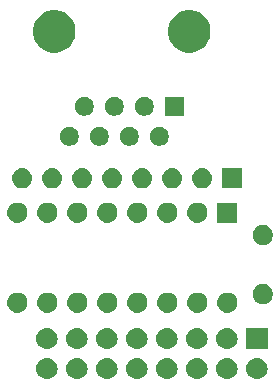
<source format=gbr>
G04 #@! TF.GenerationSoftware,KiCad,Pcbnew,(5.1.4)-1*
G04 #@! TF.CreationDate,2019-10-03T07:27:34-04:00*
G04 #@! TF.ProjectId,Quad_Diff_Out,51756164-5f44-4696-9666-5f4f75742e6b,v3*
G04 #@! TF.SameCoordinates,Original*
G04 #@! TF.FileFunction,Soldermask,Top*
G04 #@! TF.FilePolarity,Negative*
%FSLAX46Y46*%
G04 Gerber Fmt 4.6, Leading zero omitted, Abs format (unit mm)*
G04 Created by KiCad (PCBNEW (5.1.4)-1) date 2019-10-03 07:27:34*
%MOMM*%
%LPD*%
G04 APERTURE LIST*
%ADD10C,0.100000*%
G04 APERTURE END LIST*
D10*
G36*
X161110443Y-104705519D02*
G01*
X161176627Y-104712037D01*
X161346466Y-104763557D01*
X161502991Y-104847222D01*
X161538729Y-104876552D01*
X161640186Y-104959814D01*
X161723448Y-105061271D01*
X161752778Y-105097009D01*
X161836443Y-105253534D01*
X161887963Y-105423373D01*
X161905359Y-105600000D01*
X161887963Y-105776627D01*
X161836443Y-105946466D01*
X161752778Y-106102991D01*
X161723448Y-106138729D01*
X161640186Y-106240186D01*
X161538729Y-106323448D01*
X161502991Y-106352778D01*
X161346466Y-106436443D01*
X161176627Y-106487963D01*
X161110443Y-106494481D01*
X161044260Y-106501000D01*
X160955740Y-106501000D01*
X160889557Y-106494481D01*
X160823373Y-106487963D01*
X160653534Y-106436443D01*
X160497009Y-106352778D01*
X160461271Y-106323448D01*
X160359814Y-106240186D01*
X160276552Y-106138729D01*
X160247222Y-106102991D01*
X160163557Y-105946466D01*
X160112037Y-105776627D01*
X160094641Y-105600000D01*
X160112037Y-105423373D01*
X160163557Y-105253534D01*
X160247222Y-105097009D01*
X160276552Y-105061271D01*
X160359814Y-104959814D01*
X160461271Y-104876552D01*
X160497009Y-104847222D01*
X160653534Y-104763557D01*
X160823373Y-104712037D01*
X160889557Y-104705519D01*
X160955740Y-104699000D01*
X161044260Y-104699000D01*
X161110443Y-104705519D01*
X161110443Y-104705519D01*
G37*
G36*
X143330443Y-104705519D02*
G01*
X143396627Y-104712037D01*
X143566466Y-104763557D01*
X143722991Y-104847222D01*
X143758729Y-104876552D01*
X143860186Y-104959814D01*
X143943448Y-105061271D01*
X143972778Y-105097009D01*
X144056443Y-105253534D01*
X144107963Y-105423373D01*
X144125359Y-105600000D01*
X144107963Y-105776627D01*
X144056443Y-105946466D01*
X143972778Y-106102991D01*
X143943448Y-106138729D01*
X143860186Y-106240186D01*
X143758729Y-106323448D01*
X143722991Y-106352778D01*
X143566466Y-106436443D01*
X143396627Y-106487963D01*
X143330443Y-106494481D01*
X143264260Y-106501000D01*
X143175740Y-106501000D01*
X143109557Y-106494481D01*
X143043373Y-106487963D01*
X142873534Y-106436443D01*
X142717009Y-106352778D01*
X142681271Y-106323448D01*
X142579814Y-106240186D01*
X142496552Y-106138729D01*
X142467222Y-106102991D01*
X142383557Y-105946466D01*
X142332037Y-105776627D01*
X142314641Y-105600000D01*
X142332037Y-105423373D01*
X142383557Y-105253534D01*
X142467222Y-105097009D01*
X142496552Y-105061271D01*
X142579814Y-104959814D01*
X142681271Y-104876552D01*
X142717009Y-104847222D01*
X142873534Y-104763557D01*
X143043373Y-104712037D01*
X143109557Y-104705519D01*
X143175740Y-104699000D01*
X143264260Y-104699000D01*
X143330443Y-104705519D01*
X143330443Y-104705519D01*
G37*
G36*
X145870443Y-104705519D02*
G01*
X145936627Y-104712037D01*
X146106466Y-104763557D01*
X146262991Y-104847222D01*
X146298729Y-104876552D01*
X146400186Y-104959814D01*
X146483448Y-105061271D01*
X146512778Y-105097009D01*
X146596443Y-105253534D01*
X146647963Y-105423373D01*
X146665359Y-105600000D01*
X146647963Y-105776627D01*
X146596443Y-105946466D01*
X146512778Y-106102991D01*
X146483448Y-106138729D01*
X146400186Y-106240186D01*
X146298729Y-106323448D01*
X146262991Y-106352778D01*
X146106466Y-106436443D01*
X145936627Y-106487963D01*
X145870443Y-106494481D01*
X145804260Y-106501000D01*
X145715740Y-106501000D01*
X145649557Y-106494481D01*
X145583373Y-106487963D01*
X145413534Y-106436443D01*
X145257009Y-106352778D01*
X145221271Y-106323448D01*
X145119814Y-106240186D01*
X145036552Y-106138729D01*
X145007222Y-106102991D01*
X144923557Y-105946466D01*
X144872037Y-105776627D01*
X144854641Y-105600000D01*
X144872037Y-105423373D01*
X144923557Y-105253534D01*
X145007222Y-105097009D01*
X145036552Y-105061271D01*
X145119814Y-104959814D01*
X145221271Y-104876552D01*
X145257009Y-104847222D01*
X145413534Y-104763557D01*
X145583373Y-104712037D01*
X145649557Y-104705519D01*
X145715740Y-104699000D01*
X145804260Y-104699000D01*
X145870443Y-104705519D01*
X145870443Y-104705519D01*
G37*
G36*
X148410443Y-104705519D02*
G01*
X148476627Y-104712037D01*
X148646466Y-104763557D01*
X148802991Y-104847222D01*
X148838729Y-104876552D01*
X148940186Y-104959814D01*
X149023448Y-105061271D01*
X149052778Y-105097009D01*
X149136443Y-105253534D01*
X149187963Y-105423373D01*
X149205359Y-105600000D01*
X149187963Y-105776627D01*
X149136443Y-105946466D01*
X149052778Y-106102991D01*
X149023448Y-106138729D01*
X148940186Y-106240186D01*
X148838729Y-106323448D01*
X148802991Y-106352778D01*
X148646466Y-106436443D01*
X148476627Y-106487963D01*
X148410443Y-106494481D01*
X148344260Y-106501000D01*
X148255740Y-106501000D01*
X148189557Y-106494481D01*
X148123373Y-106487963D01*
X147953534Y-106436443D01*
X147797009Y-106352778D01*
X147761271Y-106323448D01*
X147659814Y-106240186D01*
X147576552Y-106138729D01*
X147547222Y-106102991D01*
X147463557Y-105946466D01*
X147412037Y-105776627D01*
X147394641Y-105600000D01*
X147412037Y-105423373D01*
X147463557Y-105253534D01*
X147547222Y-105097009D01*
X147576552Y-105061271D01*
X147659814Y-104959814D01*
X147761271Y-104876552D01*
X147797009Y-104847222D01*
X147953534Y-104763557D01*
X148123373Y-104712037D01*
X148189557Y-104705519D01*
X148255740Y-104699000D01*
X148344260Y-104699000D01*
X148410443Y-104705519D01*
X148410443Y-104705519D01*
G37*
G36*
X150950443Y-104705519D02*
G01*
X151016627Y-104712037D01*
X151186466Y-104763557D01*
X151342991Y-104847222D01*
X151378729Y-104876552D01*
X151480186Y-104959814D01*
X151563448Y-105061271D01*
X151592778Y-105097009D01*
X151676443Y-105253534D01*
X151727963Y-105423373D01*
X151745359Y-105600000D01*
X151727963Y-105776627D01*
X151676443Y-105946466D01*
X151592778Y-106102991D01*
X151563448Y-106138729D01*
X151480186Y-106240186D01*
X151378729Y-106323448D01*
X151342991Y-106352778D01*
X151186466Y-106436443D01*
X151016627Y-106487963D01*
X150950443Y-106494481D01*
X150884260Y-106501000D01*
X150795740Y-106501000D01*
X150729557Y-106494481D01*
X150663373Y-106487963D01*
X150493534Y-106436443D01*
X150337009Y-106352778D01*
X150301271Y-106323448D01*
X150199814Y-106240186D01*
X150116552Y-106138729D01*
X150087222Y-106102991D01*
X150003557Y-105946466D01*
X149952037Y-105776627D01*
X149934641Y-105600000D01*
X149952037Y-105423373D01*
X150003557Y-105253534D01*
X150087222Y-105097009D01*
X150116552Y-105061271D01*
X150199814Y-104959814D01*
X150301271Y-104876552D01*
X150337009Y-104847222D01*
X150493534Y-104763557D01*
X150663373Y-104712037D01*
X150729557Y-104705519D01*
X150795740Y-104699000D01*
X150884260Y-104699000D01*
X150950443Y-104705519D01*
X150950443Y-104705519D01*
G37*
G36*
X153490443Y-104705519D02*
G01*
X153556627Y-104712037D01*
X153726466Y-104763557D01*
X153882991Y-104847222D01*
X153918729Y-104876552D01*
X154020186Y-104959814D01*
X154103448Y-105061271D01*
X154132778Y-105097009D01*
X154216443Y-105253534D01*
X154267963Y-105423373D01*
X154285359Y-105600000D01*
X154267963Y-105776627D01*
X154216443Y-105946466D01*
X154132778Y-106102991D01*
X154103448Y-106138729D01*
X154020186Y-106240186D01*
X153918729Y-106323448D01*
X153882991Y-106352778D01*
X153726466Y-106436443D01*
X153556627Y-106487963D01*
X153490443Y-106494481D01*
X153424260Y-106501000D01*
X153335740Y-106501000D01*
X153269557Y-106494481D01*
X153203373Y-106487963D01*
X153033534Y-106436443D01*
X152877009Y-106352778D01*
X152841271Y-106323448D01*
X152739814Y-106240186D01*
X152656552Y-106138729D01*
X152627222Y-106102991D01*
X152543557Y-105946466D01*
X152492037Y-105776627D01*
X152474641Y-105600000D01*
X152492037Y-105423373D01*
X152543557Y-105253534D01*
X152627222Y-105097009D01*
X152656552Y-105061271D01*
X152739814Y-104959814D01*
X152841271Y-104876552D01*
X152877009Y-104847222D01*
X153033534Y-104763557D01*
X153203373Y-104712037D01*
X153269557Y-104705519D01*
X153335740Y-104699000D01*
X153424260Y-104699000D01*
X153490443Y-104705519D01*
X153490443Y-104705519D01*
G37*
G36*
X156030443Y-104705519D02*
G01*
X156096627Y-104712037D01*
X156266466Y-104763557D01*
X156422991Y-104847222D01*
X156458729Y-104876552D01*
X156560186Y-104959814D01*
X156643448Y-105061271D01*
X156672778Y-105097009D01*
X156756443Y-105253534D01*
X156807963Y-105423373D01*
X156825359Y-105600000D01*
X156807963Y-105776627D01*
X156756443Y-105946466D01*
X156672778Y-106102991D01*
X156643448Y-106138729D01*
X156560186Y-106240186D01*
X156458729Y-106323448D01*
X156422991Y-106352778D01*
X156266466Y-106436443D01*
X156096627Y-106487963D01*
X156030443Y-106494481D01*
X155964260Y-106501000D01*
X155875740Y-106501000D01*
X155809557Y-106494481D01*
X155743373Y-106487963D01*
X155573534Y-106436443D01*
X155417009Y-106352778D01*
X155381271Y-106323448D01*
X155279814Y-106240186D01*
X155196552Y-106138729D01*
X155167222Y-106102991D01*
X155083557Y-105946466D01*
X155032037Y-105776627D01*
X155014641Y-105600000D01*
X155032037Y-105423373D01*
X155083557Y-105253534D01*
X155167222Y-105097009D01*
X155196552Y-105061271D01*
X155279814Y-104959814D01*
X155381271Y-104876552D01*
X155417009Y-104847222D01*
X155573534Y-104763557D01*
X155743373Y-104712037D01*
X155809557Y-104705519D01*
X155875740Y-104699000D01*
X155964260Y-104699000D01*
X156030443Y-104705519D01*
X156030443Y-104705519D01*
G37*
G36*
X158570443Y-104705519D02*
G01*
X158636627Y-104712037D01*
X158806466Y-104763557D01*
X158962991Y-104847222D01*
X158998729Y-104876552D01*
X159100186Y-104959814D01*
X159183448Y-105061271D01*
X159212778Y-105097009D01*
X159296443Y-105253534D01*
X159347963Y-105423373D01*
X159365359Y-105600000D01*
X159347963Y-105776627D01*
X159296443Y-105946466D01*
X159212778Y-106102991D01*
X159183448Y-106138729D01*
X159100186Y-106240186D01*
X158998729Y-106323448D01*
X158962991Y-106352778D01*
X158806466Y-106436443D01*
X158636627Y-106487963D01*
X158570443Y-106494481D01*
X158504260Y-106501000D01*
X158415740Y-106501000D01*
X158349557Y-106494481D01*
X158283373Y-106487963D01*
X158113534Y-106436443D01*
X157957009Y-106352778D01*
X157921271Y-106323448D01*
X157819814Y-106240186D01*
X157736552Y-106138729D01*
X157707222Y-106102991D01*
X157623557Y-105946466D01*
X157572037Y-105776627D01*
X157554641Y-105600000D01*
X157572037Y-105423373D01*
X157623557Y-105253534D01*
X157707222Y-105097009D01*
X157736552Y-105061271D01*
X157819814Y-104959814D01*
X157921271Y-104876552D01*
X157957009Y-104847222D01*
X158113534Y-104763557D01*
X158283373Y-104712037D01*
X158349557Y-104705519D01*
X158415740Y-104699000D01*
X158504260Y-104699000D01*
X158570443Y-104705519D01*
X158570443Y-104705519D01*
G37*
G36*
X158570443Y-102165519D02*
G01*
X158636627Y-102172037D01*
X158806466Y-102223557D01*
X158962991Y-102307222D01*
X158998729Y-102336552D01*
X159100186Y-102419814D01*
X159183448Y-102521271D01*
X159212778Y-102557009D01*
X159296443Y-102713534D01*
X159347963Y-102883373D01*
X159365359Y-103060000D01*
X159347963Y-103236627D01*
X159296443Y-103406466D01*
X159212778Y-103562991D01*
X159183448Y-103598729D01*
X159100186Y-103700186D01*
X158998729Y-103783448D01*
X158962991Y-103812778D01*
X158806466Y-103896443D01*
X158636627Y-103947963D01*
X158570442Y-103954482D01*
X158504260Y-103961000D01*
X158415740Y-103961000D01*
X158349558Y-103954482D01*
X158283373Y-103947963D01*
X158113534Y-103896443D01*
X157957009Y-103812778D01*
X157921271Y-103783448D01*
X157819814Y-103700186D01*
X157736552Y-103598729D01*
X157707222Y-103562991D01*
X157623557Y-103406466D01*
X157572037Y-103236627D01*
X157554641Y-103060000D01*
X157572037Y-102883373D01*
X157623557Y-102713534D01*
X157707222Y-102557009D01*
X157736552Y-102521271D01*
X157819814Y-102419814D01*
X157921271Y-102336552D01*
X157957009Y-102307222D01*
X158113534Y-102223557D01*
X158283373Y-102172037D01*
X158349558Y-102165518D01*
X158415740Y-102159000D01*
X158504260Y-102159000D01*
X158570443Y-102165519D01*
X158570443Y-102165519D01*
G37*
G36*
X156030443Y-102165519D02*
G01*
X156096627Y-102172037D01*
X156266466Y-102223557D01*
X156422991Y-102307222D01*
X156458729Y-102336552D01*
X156560186Y-102419814D01*
X156643448Y-102521271D01*
X156672778Y-102557009D01*
X156756443Y-102713534D01*
X156807963Y-102883373D01*
X156825359Y-103060000D01*
X156807963Y-103236627D01*
X156756443Y-103406466D01*
X156672778Y-103562991D01*
X156643448Y-103598729D01*
X156560186Y-103700186D01*
X156458729Y-103783448D01*
X156422991Y-103812778D01*
X156266466Y-103896443D01*
X156096627Y-103947963D01*
X156030442Y-103954482D01*
X155964260Y-103961000D01*
X155875740Y-103961000D01*
X155809558Y-103954482D01*
X155743373Y-103947963D01*
X155573534Y-103896443D01*
X155417009Y-103812778D01*
X155381271Y-103783448D01*
X155279814Y-103700186D01*
X155196552Y-103598729D01*
X155167222Y-103562991D01*
X155083557Y-103406466D01*
X155032037Y-103236627D01*
X155014641Y-103060000D01*
X155032037Y-102883373D01*
X155083557Y-102713534D01*
X155167222Y-102557009D01*
X155196552Y-102521271D01*
X155279814Y-102419814D01*
X155381271Y-102336552D01*
X155417009Y-102307222D01*
X155573534Y-102223557D01*
X155743373Y-102172037D01*
X155809558Y-102165518D01*
X155875740Y-102159000D01*
X155964260Y-102159000D01*
X156030443Y-102165519D01*
X156030443Y-102165519D01*
G37*
G36*
X161901000Y-103961000D02*
G01*
X160099000Y-103961000D01*
X160099000Y-102159000D01*
X161901000Y-102159000D01*
X161901000Y-103961000D01*
X161901000Y-103961000D01*
G37*
G36*
X150950443Y-102165519D02*
G01*
X151016627Y-102172037D01*
X151186466Y-102223557D01*
X151342991Y-102307222D01*
X151378729Y-102336552D01*
X151480186Y-102419814D01*
X151563448Y-102521271D01*
X151592778Y-102557009D01*
X151676443Y-102713534D01*
X151727963Y-102883373D01*
X151745359Y-103060000D01*
X151727963Y-103236627D01*
X151676443Y-103406466D01*
X151592778Y-103562991D01*
X151563448Y-103598729D01*
X151480186Y-103700186D01*
X151378729Y-103783448D01*
X151342991Y-103812778D01*
X151186466Y-103896443D01*
X151016627Y-103947963D01*
X150950442Y-103954482D01*
X150884260Y-103961000D01*
X150795740Y-103961000D01*
X150729558Y-103954482D01*
X150663373Y-103947963D01*
X150493534Y-103896443D01*
X150337009Y-103812778D01*
X150301271Y-103783448D01*
X150199814Y-103700186D01*
X150116552Y-103598729D01*
X150087222Y-103562991D01*
X150003557Y-103406466D01*
X149952037Y-103236627D01*
X149934641Y-103060000D01*
X149952037Y-102883373D01*
X150003557Y-102713534D01*
X150087222Y-102557009D01*
X150116552Y-102521271D01*
X150199814Y-102419814D01*
X150301271Y-102336552D01*
X150337009Y-102307222D01*
X150493534Y-102223557D01*
X150663373Y-102172037D01*
X150729558Y-102165518D01*
X150795740Y-102159000D01*
X150884260Y-102159000D01*
X150950443Y-102165519D01*
X150950443Y-102165519D01*
G37*
G36*
X145870443Y-102165519D02*
G01*
X145936627Y-102172037D01*
X146106466Y-102223557D01*
X146262991Y-102307222D01*
X146298729Y-102336552D01*
X146400186Y-102419814D01*
X146483448Y-102521271D01*
X146512778Y-102557009D01*
X146596443Y-102713534D01*
X146647963Y-102883373D01*
X146665359Y-103060000D01*
X146647963Y-103236627D01*
X146596443Y-103406466D01*
X146512778Y-103562991D01*
X146483448Y-103598729D01*
X146400186Y-103700186D01*
X146298729Y-103783448D01*
X146262991Y-103812778D01*
X146106466Y-103896443D01*
X145936627Y-103947963D01*
X145870442Y-103954482D01*
X145804260Y-103961000D01*
X145715740Y-103961000D01*
X145649558Y-103954482D01*
X145583373Y-103947963D01*
X145413534Y-103896443D01*
X145257009Y-103812778D01*
X145221271Y-103783448D01*
X145119814Y-103700186D01*
X145036552Y-103598729D01*
X145007222Y-103562991D01*
X144923557Y-103406466D01*
X144872037Y-103236627D01*
X144854641Y-103060000D01*
X144872037Y-102883373D01*
X144923557Y-102713534D01*
X145007222Y-102557009D01*
X145036552Y-102521271D01*
X145119814Y-102419814D01*
X145221271Y-102336552D01*
X145257009Y-102307222D01*
X145413534Y-102223557D01*
X145583373Y-102172037D01*
X145649558Y-102165518D01*
X145715740Y-102159000D01*
X145804260Y-102159000D01*
X145870443Y-102165519D01*
X145870443Y-102165519D01*
G37*
G36*
X143330443Y-102165519D02*
G01*
X143396627Y-102172037D01*
X143566466Y-102223557D01*
X143722991Y-102307222D01*
X143758729Y-102336552D01*
X143860186Y-102419814D01*
X143943448Y-102521271D01*
X143972778Y-102557009D01*
X144056443Y-102713534D01*
X144107963Y-102883373D01*
X144125359Y-103060000D01*
X144107963Y-103236627D01*
X144056443Y-103406466D01*
X143972778Y-103562991D01*
X143943448Y-103598729D01*
X143860186Y-103700186D01*
X143758729Y-103783448D01*
X143722991Y-103812778D01*
X143566466Y-103896443D01*
X143396627Y-103947963D01*
X143330442Y-103954482D01*
X143264260Y-103961000D01*
X143175740Y-103961000D01*
X143109558Y-103954482D01*
X143043373Y-103947963D01*
X142873534Y-103896443D01*
X142717009Y-103812778D01*
X142681271Y-103783448D01*
X142579814Y-103700186D01*
X142496552Y-103598729D01*
X142467222Y-103562991D01*
X142383557Y-103406466D01*
X142332037Y-103236627D01*
X142314641Y-103060000D01*
X142332037Y-102883373D01*
X142383557Y-102713534D01*
X142467222Y-102557009D01*
X142496552Y-102521271D01*
X142579814Y-102419814D01*
X142681271Y-102336552D01*
X142717009Y-102307222D01*
X142873534Y-102223557D01*
X143043373Y-102172037D01*
X143109558Y-102165518D01*
X143175740Y-102159000D01*
X143264260Y-102159000D01*
X143330443Y-102165519D01*
X143330443Y-102165519D01*
G37*
G36*
X153490443Y-102165519D02*
G01*
X153556627Y-102172037D01*
X153726466Y-102223557D01*
X153882991Y-102307222D01*
X153918729Y-102336552D01*
X154020186Y-102419814D01*
X154103448Y-102521271D01*
X154132778Y-102557009D01*
X154216443Y-102713534D01*
X154267963Y-102883373D01*
X154285359Y-103060000D01*
X154267963Y-103236627D01*
X154216443Y-103406466D01*
X154132778Y-103562991D01*
X154103448Y-103598729D01*
X154020186Y-103700186D01*
X153918729Y-103783448D01*
X153882991Y-103812778D01*
X153726466Y-103896443D01*
X153556627Y-103947963D01*
X153490442Y-103954482D01*
X153424260Y-103961000D01*
X153335740Y-103961000D01*
X153269558Y-103954482D01*
X153203373Y-103947963D01*
X153033534Y-103896443D01*
X152877009Y-103812778D01*
X152841271Y-103783448D01*
X152739814Y-103700186D01*
X152656552Y-103598729D01*
X152627222Y-103562991D01*
X152543557Y-103406466D01*
X152492037Y-103236627D01*
X152474641Y-103060000D01*
X152492037Y-102883373D01*
X152543557Y-102713534D01*
X152627222Y-102557009D01*
X152656552Y-102521271D01*
X152739814Y-102419814D01*
X152841271Y-102336552D01*
X152877009Y-102307222D01*
X153033534Y-102223557D01*
X153203373Y-102172037D01*
X153269558Y-102165518D01*
X153335740Y-102159000D01*
X153424260Y-102159000D01*
X153490443Y-102165519D01*
X153490443Y-102165519D01*
G37*
G36*
X148410443Y-102165519D02*
G01*
X148476627Y-102172037D01*
X148646466Y-102223557D01*
X148802991Y-102307222D01*
X148838729Y-102336552D01*
X148940186Y-102419814D01*
X149023448Y-102521271D01*
X149052778Y-102557009D01*
X149136443Y-102713534D01*
X149187963Y-102883373D01*
X149205359Y-103060000D01*
X149187963Y-103236627D01*
X149136443Y-103406466D01*
X149052778Y-103562991D01*
X149023448Y-103598729D01*
X148940186Y-103700186D01*
X148838729Y-103783448D01*
X148802991Y-103812778D01*
X148646466Y-103896443D01*
X148476627Y-103947963D01*
X148410442Y-103954482D01*
X148344260Y-103961000D01*
X148255740Y-103961000D01*
X148189558Y-103954482D01*
X148123373Y-103947963D01*
X147953534Y-103896443D01*
X147797009Y-103812778D01*
X147761271Y-103783448D01*
X147659814Y-103700186D01*
X147576552Y-103598729D01*
X147547222Y-103562991D01*
X147463557Y-103406466D01*
X147412037Y-103236627D01*
X147394641Y-103060000D01*
X147412037Y-102883373D01*
X147463557Y-102713534D01*
X147547222Y-102557009D01*
X147576552Y-102521271D01*
X147659814Y-102419814D01*
X147761271Y-102336552D01*
X147797009Y-102307222D01*
X147953534Y-102223557D01*
X148123373Y-102172037D01*
X148189558Y-102165518D01*
X148255740Y-102159000D01*
X148344260Y-102159000D01*
X148410443Y-102165519D01*
X148410443Y-102165519D01*
G37*
G36*
X153586823Y-99181313D02*
G01*
X153747242Y-99229976D01*
X153879906Y-99300886D01*
X153895078Y-99308996D01*
X154024659Y-99415341D01*
X154131004Y-99544922D01*
X154131005Y-99544924D01*
X154210024Y-99692758D01*
X154258687Y-99853177D01*
X154275117Y-100020000D01*
X154258687Y-100186823D01*
X154210024Y-100347242D01*
X154139114Y-100479906D01*
X154131004Y-100495078D01*
X154024659Y-100624659D01*
X153895078Y-100731004D01*
X153895076Y-100731005D01*
X153747242Y-100810024D01*
X153586823Y-100858687D01*
X153461804Y-100871000D01*
X153378196Y-100871000D01*
X153253177Y-100858687D01*
X153092758Y-100810024D01*
X152944924Y-100731005D01*
X152944922Y-100731004D01*
X152815341Y-100624659D01*
X152708996Y-100495078D01*
X152700886Y-100479906D01*
X152629976Y-100347242D01*
X152581313Y-100186823D01*
X152564883Y-100020000D01*
X152581313Y-99853177D01*
X152629976Y-99692758D01*
X152708995Y-99544924D01*
X152708996Y-99544922D01*
X152815341Y-99415341D01*
X152944922Y-99308996D01*
X152960094Y-99300886D01*
X153092758Y-99229976D01*
X153253177Y-99181313D01*
X153378196Y-99169000D01*
X153461804Y-99169000D01*
X153586823Y-99181313D01*
X153586823Y-99181313D01*
G37*
G36*
X158666823Y-99181313D02*
G01*
X158827242Y-99229976D01*
X158959906Y-99300886D01*
X158975078Y-99308996D01*
X159104659Y-99415341D01*
X159211004Y-99544922D01*
X159211005Y-99544924D01*
X159290024Y-99692758D01*
X159338687Y-99853177D01*
X159355117Y-100020000D01*
X159338687Y-100186823D01*
X159290024Y-100347242D01*
X159219114Y-100479906D01*
X159211004Y-100495078D01*
X159104659Y-100624659D01*
X158975078Y-100731004D01*
X158975076Y-100731005D01*
X158827242Y-100810024D01*
X158666823Y-100858687D01*
X158541804Y-100871000D01*
X158458196Y-100871000D01*
X158333177Y-100858687D01*
X158172758Y-100810024D01*
X158024924Y-100731005D01*
X158024922Y-100731004D01*
X157895341Y-100624659D01*
X157788996Y-100495078D01*
X157780886Y-100479906D01*
X157709976Y-100347242D01*
X157661313Y-100186823D01*
X157644883Y-100020000D01*
X157661313Y-99853177D01*
X157709976Y-99692758D01*
X157788995Y-99544924D01*
X157788996Y-99544922D01*
X157895341Y-99415341D01*
X158024922Y-99308996D01*
X158040094Y-99300886D01*
X158172758Y-99229976D01*
X158333177Y-99181313D01*
X158458196Y-99169000D01*
X158541804Y-99169000D01*
X158666823Y-99181313D01*
X158666823Y-99181313D01*
G37*
G36*
X156126823Y-99181313D02*
G01*
X156287242Y-99229976D01*
X156419906Y-99300886D01*
X156435078Y-99308996D01*
X156564659Y-99415341D01*
X156671004Y-99544922D01*
X156671005Y-99544924D01*
X156750024Y-99692758D01*
X156798687Y-99853177D01*
X156815117Y-100020000D01*
X156798687Y-100186823D01*
X156750024Y-100347242D01*
X156679114Y-100479906D01*
X156671004Y-100495078D01*
X156564659Y-100624659D01*
X156435078Y-100731004D01*
X156435076Y-100731005D01*
X156287242Y-100810024D01*
X156126823Y-100858687D01*
X156001804Y-100871000D01*
X155918196Y-100871000D01*
X155793177Y-100858687D01*
X155632758Y-100810024D01*
X155484924Y-100731005D01*
X155484922Y-100731004D01*
X155355341Y-100624659D01*
X155248996Y-100495078D01*
X155240886Y-100479906D01*
X155169976Y-100347242D01*
X155121313Y-100186823D01*
X155104883Y-100020000D01*
X155121313Y-99853177D01*
X155169976Y-99692758D01*
X155248995Y-99544924D01*
X155248996Y-99544922D01*
X155355341Y-99415341D01*
X155484922Y-99308996D01*
X155500094Y-99300886D01*
X155632758Y-99229976D01*
X155793177Y-99181313D01*
X155918196Y-99169000D01*
X156001804Y-99169000D01*
X156126823Y-99181313D01*
X156126823Y-99181313D01*
G37*
G36*
X151046823Y-99181313D02*
G01*
X151207242Y-99229976D01*
X151339906Y-99300886D01*
X151355078Y-99308996D01*
X151484659Y-99415341D01*
X151591004Y-99544922D01*
X151591005Y-99544924D01*
X151670024Y-99692758D01*
X151718687Y-99853177D01*
X151735117Y-100020000D01*
X151718687Y-100186823D01*
X151670024Y-100347242D01*
X151599114Y-100479906D01*
X151591004Y-100495078D01*
X151484659Y-100624659D01*
X151355078Y-100731004D01*
X151355076Y-100731005D01*
X151207242Y-100810024D01*
X151046823Y-100858687D01*
X150921804Y-100871000D01*
X150838196Y-100871000D01*
X150713177Y-100858687D01*
X150552758Y-100810024D01*
X150404924Y-100731005D01*
X150404922Y-100731004D01*
X150275341Y-100624659D01*
X150168996Y-100495078D01*
X150160886Y-100479906D01*
X150089976Y-100347242D01*
X150041313Y-100186823D01*
X150024883Y-100020000D01*
X150041313Y-99853177D01*
X150089976Y-99692758D01*
X150168995Y-99544924D01*
X150168996Y-99544922D01*
X150275341Y-99415341D01*
X150404922Y-99308996D01*
X150420094Y-99300886D01*
X150552758Y-99229976D01*
X150713177Y-99181313D01*
X150838196Y-99169000D01*
X150921804Y-99169000D01*
X151046823Y-99181313D01*
X151046823Y-99181313D01*
G37*
G36*
X148506823Y-99181313D02*
G01*
X148667242Y-99229976D01*
X148799906Y-99300886D01*
X148815078Y-99308996D01*
X148944659Y-99415341D01*
X149051004Y-99544922D01*
X149051005Y-99544924D01*
X149130024Y-99692758D01*
X149178687Y-99853177D01*
X149195117Y-100020000D01*
X149178687Y-100186823D01*
X149130024Y-100347242D01*
X149059114Y-100479906D01*
X149051004Y-100495078D01*
X148944659Y-100624659D01*
X148815078Y-100731004D01*
X148815076Y-100731005D01*
X148667242Y-100810024D01*
X148506823Y-100858687D01*
X148381804Y-100871000D01*
X148298196Y-100871000D01*
X148173177Y-100858687D01*
X148012758Y-100810024D01*
X147864924Y-100731005D01*
X147864922Y-100731004D01*
X147735341Y-100624659D01*
X147628996Y-100495078D01*
X147620886Y-100479906D01*
X147549976Y-100347242D01*
X147501313Y-100186823D01*
X147484883Y-100020000D01*
X147501313Y-99853177D01*
X147549976Y-99692758D01*
X147628995Y-99544924D01*
X147628996Y-99544922D01*
X147735341Y-99415341D01*
X147864922Y-99308996D01*
X147880094Y-99300886D01*
X148012758Y-99229976D01*
X148173177Y-99181313D01*
X148298196Y-99169000D01*
X148381804Y-99169000D01*
X148506823Y-99181313D01*
X148506823Y-99181313D01*
G37*
G36*
X145966823Y-99181313D02*
G01*
X146127242Y-99229976D01*
X146259906Y-99300886D01*
X146275078Y-99308996D01*
X146404659Y-99415341D01*
X146511004Y-99544922D01*
X146511005Y-99544924D01*
X146590024Y-99692758D01*
X146638687Y-99853177D01*
X146655117Y-100020000D01*
X146638687Y-100186823D01*
X146590024Y-100347242D01*
X146519114Y-100479906D01*
X146511004Y-100495078D01*
X146404659Y-100624659D01*
X146275078Y-100731004D01*
X146275076Y-100731005D01*
X146127242Y-100810024D01*
X145966823Y-100858687D01*
X145841804Y-100871000D01*
X145758196Y-100871000D01*
X145633177Y-100858687D01*
X145472758Y-100810024D01*
X145324924Y-100731005D01*
X145324922Y-100731004D01*
X145195341Y-100624659D01*
X145088996Y-100495078D01*
X145080886Y-100479906D01*
X145009976Y-100347242D01*
X144961313Y-100186823D01*
X144944883Y-100020000D01*
X144961313Y-99853177D01*
X145009976Y-99692758D01*
X145088995Y-99544924D01*
X145088996Y-99544922D01*
X145195341Y-99415341D01*
X145324922Y-99308996D01*
X145340094Y-99300886D01*
X145472758Y-99229976D01*
X145633177Y-99181313D01*
X145758196Y-99169000D01*
X145841804Y-99169000D01*
X145966823Y-99181313D01*
X145966823Y-99181313D01*
G37*
G36*
X143426823Y-99181313D02*
G01*
X143587242Y-99229976D01*
X143719906Y-99300886D01*
X143735078Y-99308996D01*
X143864659Y-99415341D01*
X143971004Y-99544922D01*
X143971005Y-99544924D01*
X144050024Y-99692758D01*
X144098687Y-99853177D01*
X144115117Y-100020000D01*
X144098687Y-100186823D01*
X144050024Y-100347242D01*
X143979114Y-100479906D01*
X143971004Y-100495078D01*
X143864659Y-100624659D01*
X143735078Y-100731004D01*
X143735076Y-100731005D01*
X143587242Y-100810024D01*
X143426823Y-100858687D01*
X143301804Y-100871000D01*
X143218196Y-100871000D01*
X143093177Y-100858687D01*
X142932758Y-100810024D01*
X142784924Y-100731005D01*
X142784922Y-100731004D01*
X142655341Y-100624659D01*
X142548996Y-100495078D01*
X142540886Y-100479906D01*
X142469976Y-100347242D01*
X142421313Y-100186823D01*
X142404883Y-100020000D01*
X142421313Y-99853177D01*
X142469976Y-99692758D01*
X142548995Y-99544924D01*
X142548996Y-99544922D01*
X142655341Y-99415341D01*
X142784922Y-99308996D01*
X142800094Y-99300886D01*
X142932758Y-99229976D01*
X143093177Y-99181313D01*
X143218196Y-99169000D01*
X143301804Y-99169000D01*
X143426823Y-99181313D01*
X143426823Y-99181313D01*
G37*
G36*
X140886823Y-99181313D02*
G01*
X141047242Y-99229976D01*
X141179906Y-99300886D01*
X141195078Y-99308996D01*
X141324659Y-99415341D01*
X141431004Y-99544922D01*
X141431005Y-99544924D01*
X141510024Y-99692758D01*
X141558687Y-99853177D01*
X141575117Y-100020000D01*
X141558687Y-100186823D01*
X141510024Y-100347242D01*
X141439114Y-100479906D01*
X141431004Y-100495078D01*
X141324659Y-100624659D01*
X141195078Y-100731004D01*
X141195076Y-100731005D01*
X141047242Y-100810024D01*
X140886823Y-100858687D01*
X140761804Y-100871000D01*
X140678196Y-100871000D01*
X140553177Y-100858687D01*
X140392758Y-100810024D01*
X140244924Y-100731005D01*
X140244922Y-100731004D01*
X140115341Y-100624659D01*
X140008996Y-100495078D01*
X140000886Y-100479906D01*
X139929976Y-100347242D01*
X139881313Y-100186823D01*
X139864883Y-100020000D01*
X139881313Y-99853177D01*
X139929976Y-99692758D01*
X140008995Y-99544924D01*
X140008996Y-99544922D01*
X140115341Y-99415341D01*
X140244922Y-99308996D01*
X140260094Y-99300886D01*
X140392758Y-99229976D01*
X140553177Y-99181313D01*
X140678196Y-99169000D01*
X140761804Y-99169000D01*
X140886823Y-99181313D01*
X140886823Y-99181313D01*
G37*
G36*
X161748228Y-98481703D02*
G01*
X161903100Y-98545853D01*
X162042481Y-98638985D01*
X162161015Y-98757519D01*
X162254147Y-98896900D01*
X162318297Y-99051772D01*
X162351000Y-99216184D01*
X162351000Y-99383816D01*
X162318297Y-99548228D01*
X162254147Y-99703100D01*
X162161015Y-99842481D01*
X162042481Y-99961015D01*
X161903100Y-100054147D01*
X161748228Y-100118297D01*
X161583816Y-100151000D01*
X161416184Y-100151000D01*
X161251772Y-100118297D01*
X161096900Y-100054147D01*
X160957519Y-99961015D01*
X160838985Y-99842481D01*
X160745853Y-99703100D01*
X160681703Y-99548228D01*
X160649000Y-99383816D01*
X160649000Y-99216184D01*
X160681703Y-99051772D01*
X160745853Y-98896900D01*
X160838985Y-98757519D01*
X160957519Y-98638985D01*
X161096900Y-98545853D01*
X161251772Y-98481703D01*
X161416184Y-98449000D01*
X161583816Y-98449000D01*
X161748228Y-98481703D01*
X161748228Y-98481703D01*
G37*
G36*
X161748228Y-93481703D02*
G01*
X161903100Y-93545853D01*
X162042481Y-93638985D01*
X162161015Y-93757519D01*
X162254147Y-93896900D01*
X162318297Y-94051772D01*
X162351000Y-94216184D01*
X162351000Y-94383816D01*
X162318297Y-94548228D01*
X162254147Y-94703100D01*
X162161015Y-94842481D01*
X162042481Y-94961015D01*
X161903100Y-95054147D01*
X161748228Y-95118297D01*
X161583816Y-95151000D01*
X161416184Y-95151000D01*
X161251772Y-95118297D01*
X161096900Y-95054147D01*
X160957519Y-94961015D01*
X160838985Y-94842481D01*
X160745853Y-94703100D01*
X160681703Y-94548228D01*
X160649000Y-94383816D01*
X160649000Y-94216184D01*
X160681703Y-94051772D01*
X160745853Y-93896900D01*
X160838985Y-93757519D01*
X160957519Y-93638985D01*
X161096900Y-93545853D01*
X161251772Y-93481703D01*
X161416184Y-93449000D01*
X161583816Y-93449000D01*
X161748228Y-93481703D01*
X161748228Y-93481703D01*
G37*
G36*
X156126823Y-91561313D02*
G01*
X156287242Y-91609976D01*
X156419906Y-91680886D01*
X156435078Y-91688996D01*
X156564659Y-91795341D01*
X156671004Y-91924922D01*
X156671005Y-91924924D01*
X156750024Y-92072758D01*
X156798687Y-92233177D01*
X156815117Y-92400000D01*
X156798687Y-92566823D01*
X156750024Y-92727242D01*
X156679114Y-92859906D01*
X156671004Y-92875078D01*
X156564659Y-93004659D01*
X156435078Y-93111004D01*
X156435076Y-93111005D01*
X156287242Y-93190024D01*
X156126823Y-93238687D01*
X156001804Y-93251000D01*
X155918196Y-93251000D01*
X155793177Y-93238687D01*
X155632758Y-93190024D01*
X155484924Y-93111005D01*
X155484922Y-93111004D01*
X155355341Y-93004659D01*
X155248996Y-92875078D01*
X155240886Y-92859906D01*
X155169976Y-92727242D01*
X155121313Y-92566823D01*
X155104883Y-92400000D01*
X155121313Y-92233177D01*
X155169976Y-92072758D01*
X155248995Y-91924924D01*
X155248996Y-91924922D01*
X155355341Y-91795341D01*
X155484922Y-91688996D01*
X155500094Y-91680886D01*
X155632758Y-91609976D01*
X155793177Y-91561313D01*
X155918196Y-91549000D01*
X156001804Y-91549000D01*
X156126823Y-91561313D01*
X156126823Y-91561313D01*
G37*
G36*
X151046823Y-91561313D02*
G01*
X151207242Y-91609976D01*
X151339906Y-91680886D01*
X151355078Y-91688996D01*
X151484659Y-91795341D01*
X151591004Y-91924922D01*
X151591005Y-91924924D01*
X151670024Y-92072758D01*
X151718687Y-92233177D01*
X151735117Y-92400000D01*
X151718687Y-92566823D01*
X151670024Y-92727242D01*
X151599114Y-92859906D01*
X151591004Y-92875078D01*
X151484659Y-93004659D01*
X151355078Y-93111004D01*
X151355076Y-93111005D01*
X151207242Y-93190024D01*
X151046823Y-93238687D01*
X150921804Y-93251000D01*
X150838196Y-93251000D01*
X150713177Y-93238687D01*
X150552758Y-93190024D01*
X150404924Y-93111005D01*
X150404922Y-93111004D01*
X150275341Y-93004659D01*
X150168996Y-92875078D01*
X150160886Y-92859906D01*
X150089976Y-92727242D01*
X150041313Y-92566823D01*
X150024883Y-92400000D01*
X150041313Y-92233177D01*
X150089976Y-92072758D01*
X150168995Y-91924924D01*
X150168996Y-91924922D01*
X150275341Y-91795341D01*
X150404922Y-91688996D01*
X150420094Y-91680886D01*
X150552758Y-91609976D01*
X150713177Y-91561313D01*
X150838196Y-91549000D01*
X150921804Y-91549000D01*
X151046823Y-91561313D01*
X151046823Y-91561313D01*
G37*
G36*
X148506823Y-91561313D02*
G01*
X148667242Y-91609976D01*
X148799906Y-91680886D01*
X148815078Y-91688996D01*
X148944659Y-91795341D01*
X149051004Y-91924922D01*
X149051005Y-91924924D01*
X149130024Y-92072758D01*
X149178687Y-92233177D01*
X149195117Y-92400000D01*
X149178687Y-92566823D01*
X149130024Y-92727242D01*
X149059114Y-92859906D01*
X149051004Y-92875078D01*
X148944659Y-93004659D01*
X148815078Y-93111004D01*
X148815076Y-93111005D01*
X148667242Y-93190024D01*
X148506823Y-93238687D01*
X148381804Y-93251000D01*
X148298196Y-93251000D01*
X148173177Y-93238687D01*
X148012758Y-93190024D01*
X147864924Y-93111005D01*
X147864922Y-93111004D01*
X147735341Y-93004659D01*
X147628996Y-92875078D01*
X147620886Y-92859906D01*
X147549976Y-92727242D01*
X147501313Y-92566823D01*
X147484883Y-92400000D01*
X147501313Y-92233177D01*
X147549976Y-92072758D01*
X147628995Y-91924924D01*
X147628996Y-91924922D01*
X147735341Y-91795341D01*
X147864922Y-91688996D01*
X147880094Y-91680886D01*
X148012758Y-91609976D01*
X148173177Y-91561313D01*
X148298196Y-91549000D01*
X148381804Y-91549000D01*
X148506823Y-91561313D01*
X148506823Y-91561313D01*
G37*
G36*
X153586823Y-91561313D02*
G01*
X153747242Y-91609976D01*
X153879906Y-91680886D01*
X153895078Y-91688996D01*
X154024659Y-91795341D01*
X154131004Y-91924922D01*
X154131005Y-91924924D01*
X154210024Y-92072758D01*
X154258687Y-92233177D01*
X154275117Y-92400000D01*
X154258687Y-92566823D01*
X154210024Y-92727242D01*
X154139114Y-92859906D01*
X154131004Y-92875078D01*
X154024659Y-93004659D01*
X153895078Y-93111004D01*
X153895076Y-93111005D01*
X153747242Y-93190024D01*
X153586823Y-93238687D01*
X153461804Y-93251000D01*
X153378196Y-93251000D01*
X153253177Y-93238687D01*
X153092758Y-93190024D01*
X152944924Y-93111005D01*
X152944922Y-93111004D01*
X152815341Y-93004659D01*
X152708996Y-92875078D01*
X152700886Y-92859906D01*
X152629976Y-92727242D01*
X152581313Y-92566823D01*
X152564883Y-92400000D01*
X152581313Y-92233177D01*
X152629976Y-92072758D01*
X152708995Y-91924924D01*
X152708996Y-91924922D01*
X152815341Y-91795341D01*
X152944922Y-91688996D01*
X152960094Y-91680886D01*
X153092758Y-91609976D01*
X153253177Y-91561313D01*
X153378196Y-91549000D01*
X153461804Y-91549000D01*
X153586823Y-91561313D01*
X153586823Y-91561313D01*
G37*
G36*
X143426823Y-91561313D02*
G01*
X143587242Y-91609976D01*
X143719906Y-91680886D01*
X143735078Y-91688996D01*
X143864659Y-91795341D01*
X143971004Y-91924922D01*
X143971005Y-91924924D01*
X144050024Y-92072758D01*
X144098687Y-92233177D01*
X144115117Y-92400000D01*
X144098687Y-92566823D01*
X144050024Y-92727242D01*
X143979114Y-92859906D01*
X143971004Y-92875078D01*
X143864659Y-93004659D01*
X143735078Y-93111004D01*
X143735076Y-93111005D01*
X143587242Y-93190024D01*
X143426823Y-93238687D01*
X143301804Y-93251000D01*
X143218196Y-93251000D01*
X143093177Y-93238687D01*
X142932758Y-93190024D01*
X142784924Y-93111005D01*
X142784922Y-93111004D01*
X142655341Y-93004659D01*
X142548996Y-92875078D01*
X142540886Y-92859906D01*
X142469976Y-92727242D01*
X142421313Y-92566823D01*
X142404883Y-92400000D01*
X142421313Y-92233177D01*
X142469976Y-92072758D01*
X142548995Y-91924924D01*
X142548996Y-91924922D01*
X142655341Y-91795341D01*
X142784922Y-91688996D01*
X142800094Y-91680886D01*
X142932758Y-91609976D01*
X143093177Y-91561313D01*
X143218196Y-91549000D01*
X143301804Y-91549000D01*
X143426823Y-91561313D01*
X143426823Y-91561313D01*
G37*
G36*
X159351000Y-93251000D02*
G01*
X157649000Y-93251000D01*
X157649000Y-91549000D01*
X159351000Y-91549000D01*
X159351000Y-93251000D01*
X159351000Y-93251000D01*
G37*
G36*
X145966823Y-91561313D02*
G01*
X146127242Y-91609976D01*
X146259906Y-91680886D01*
X146275078Y-91688996D01*
X146404659Y-91795341D01*
X146511004Y-91924922D01*
X146511005Y-91924924D01*
X146590024Y-92072758D01*
X146638687Y-92233177D01*
X146655117Y-92400000D01*
X146638687Y-92566823D01*
X146590024Y-92727242D01*
X146519114Y-92859906D01*
X146511004Y-92875078D01*
X146404659Y-93004659D01*
X146275078Y-93111004D01*
X146275076Y-93111005D01*
X146127242Y-93190024D01*
X145966823Y-93238687D01*
X145841804Y-93251000D01*
X145758196Y-93251000D01*
X145633177Y-93238687D01*
X145472758Y-93190024D01*
X145324924Y-93111005D01*
X145324922Y-93111004D01*
X145195341Y-93004659D01*
X145088996Y-92875078D01*
X145080886Y-92859906D01*
X145009976Y-92727242D01*
X144961313Y-92566823D01*
X144944883Y-92400000D01*
X144961313Y-92233177D01*
X145009976Y-92072758D01*
X145088995Y-91924924D01*
X145088996Y-91924922D01*
X145195341Y-91795341D01*
X145324922Y-91688996D01*
X145340094Y-91680886D01*
X145472758Y-91609976D01*
X145633177Y-91561313D01*
X145758196Y-91549000D01*
X145841804Y-91549000D01*
X145966823Y-91561313D01*
X145966823Y-91561313D01*
G37*
G36*
X140886823Y-91561313D02*
G01*
X141047242Y-91609976D01*
X141179906Y-91680886D01*
X141195078Y-91688996D01*
X141324659Y-91795341D01*
X141431004Y-91924922D01*
X141431005Y-91924924D01*
X141510024Y-92072758D01*
X141558687Y-92233177D01*
X141575117Y-92400000D01*
X141558687Y-92566823D01*
X141510024Y-92727242D01*
X141439114Y-92859906D01*
X141431004Y-92875078D01*
X141324659Y-93004659D01*
X141195078Y-93111004D01*
X141195076Y-93111005D01*
X141047242Y-93190024D01*
X140886823Y-93238687D01*
X140761804Y-93251000D01*
X140678196Y-93251000D01*
X140553177Y-93238687D01*
X140392758Y-93190024D01*
X140244924Y-93111005D01*
X140244922Y-93111004D01*
X140115341Y-93004659D01*
X140008996Y-92875078D01*
X140000886Y-92859906D01*
X139929976Y-92727242D01*
X139881313Y-92566823D01*
X139864883Y-92400000D01*
X139881313Y-92233177D01*
X139929976Y-92072758D01*
X140008995Y-91924924D01*
X140008996Y-91924922D01*
X140115341Y-91795341D01*
X140244922Y-91688996D01*
X140260094Y-91680886D01*
X140392758Y-91609976D01*
X140553177Y-91561313D01*
X140678196Y-91549000D01*
X140761804Y-91549000D01*
X140886823Y-91561313D01*
X140886823Y-91561313D01*
G37*
G36*
X143826823Y-88661313D02*
G01*
X143987242Y-88709976D01*
X144119906Y-88780886D01*
X144135078Y-88788996D01*
X144264659Y-88895341D01*
X144371004Y-89024922D01*
X144371005Y-89024924D01*
X144450024Y-89172758D01*
X144498687Y-89333177D01*
X144515117Y-89500000D01*
X144498687Y-89666823D01*
X144450024Y-89827242D01*
X144379114Y-89959906D01*
X144371004Y-89975078D01*
X144264659Y-90104659D01*
X144135078Y-90211004D01*
X144135076Y-90211005D01*
X143987242Y-90290024D01*
X143826823Y-90338687D01*
X143701804Y-90351000D01*
X143618196Y-90351000D01*
X143493177Y-90338687D01*
X143332758Y-90290024D01*
X143184924Y-90211005D01*
X143184922Y-90211004D01*
X143055341Y-90104659D01*
X142948996Y-89975078D01*
X142940886Y-89959906D01*
X142869976Y-89827242D01*
X142821313Y-89666823D01*
X142804883Y-89500000D01*
X142821313Y-89333177D01*
X142869976Y-89172758D01*
X142948995Y-89024924D01*
X142948996Y-89024922D01*
X143055341Y-88895341D01*
X143184922Y-88788996D01*
X143200094Y-88780886D01*
X143332758Y-88709976D01*
X143493177Y-88661313D01*
X143618196Y-88649000D01*
X143701804Y-88649000D01*
X143826823Y-88661313D01*
X143826823Y-88661313D01*
G37*
G36*
X146366823Y-88661313D02*
G01*
X146527242Y-88709976D01*
X146659906Y-88780886D01*
X146675078Y-88788996D01*
X146804659Y-88895341D01*
X146911004Y-89024922D01*
X146911005Y-89024924D01*
X146990024Y-89172758D01*
X147038687Y-89333177D01*
X147055117Y-89500000D01*
X147038687Y-89666823D01*
X146990024Y-89827242D01*
X146919114Y-89959906D01*
X146911004Y-89975078D01*
X146804659Y-90104659D01*
X146675078Y-90211004D01*
X146675076Y-90211005D01*
X146527242Y-90290024D01*
X146366823Y-90338687D01*
X146241804Y-90351000D01*
X146158196Y-90351000D01*
X146033177Y-90338687D01*
X145872758Y-90290024D01*
X145724924Y-90211005D01*
X145724922Y-90211004D01*
X145595341Y-90104659D01*
X145488996Y-89975078D01*
X145480886Y-89959906D01*
X145409976Y-89827242D01*
X145361313Y-89666823D01*
X145344883Y-89500000D01*
X145361313Y-89333177D01*
X145409976Y-89172758D01*
X145488995Y-89024924D01*
X145488996Y-89024922D01*
X145595341Y-88895341D01*
X145724922Y-88788996D01*
X145740094Y-88780886D01*
X145872758Y-88709976D01*
X146033177Y-88661313D01*
X146158196Y-88649000D01*
X146241804Y-88649000D01*
X146366823Y-88661313D01*
X146366823Y-88661313D01*
G37*
G36*
X141286823Y-88661313D02*
G01*
X141447242Y-88709976D01*
X141579906Y-88780886D01*
X141595078Y-88788996D01*
X141724659Y-88895341D01*
X141831004Y-89024922D01*
X141831005Y-89024924D01*
X141910024Y-89172758D01*
X141958687Y-89333177D01*
X141975117Y-89500000D01*
X141958687Y-89666823D01*
X141910024Y-89827242D01*
X141839114Y-89959906D01*
X141831004Y-89975078D01*
X141724659Y-90104659D01*
X141595078Y-90211004D01*
X141595076Y-90211005D01*
X141447242Y-90290024D01*
X141286823Y-90338687D01*
X141161804Y-90351000D01*
X141078196Y-90351000D01*
X140953177Y-90338687D01*
X140792758Y-90290024D01*
X140644924Y-90211005D01*
X140644922Y-90211004D01*
X140515341Y-90104659D01*
X140408996Y-89975078D01*
X140400886Y-89959906D01*
X140329976Y-89827242D01*
X140281313Y-89666823D01*
X140264883Y-89500000D01*
X140281313Y-89333177D01*
X140329976Y-89172758D01*
X140408995Y-89024924D01*
X140408996Y-89024922D01*
X140515341Y-88895341D01*
X140644922Y-88788996D01*
X140660094Y-88780886D01*
X140792758Y-88709976D01*
X140953177Y-88661313D01*
X141078196Y-88649000D01*
X141161804Y-88649000D01*
X141286823Y-88661313D01*
X141286823Y-88661313D01*
G37*
G36*
X148906823Y-88661313D02*
G01*
X149067242Y-88709976D01*
X149199906Y-88780886D01*
X149215078Y-88788996D01*
X149344659Y-88895341D01*
X149451004Y-89024922D01*
X149451005Y-89024924D01*
X149530024Y-89172758D01*
X149578687Y-89333177D01*
X149595117Y-89500000D01*
X149578687Y-89666823D01*
X149530024Y-89827242D01*
X149459114Y-89959906D01*
X149451004Y-89975078D01*
X149344659Y-90104659D01*
X149215078Y-90211004D01*
X149215076Y-90211005D01*
X149067242Y-90290024D01*
X148906823Y-90338687D01*
X148781804Y-90351000D01*
X148698196Y-90351000D01*
X148573177Y-90338687D01*
X148412758Y-90290024D01*
X148264924Y-90211005D01*
X148264922Y-90211004D01*
X148135341Y-90104659D01*
X148028996Y-89975078D01*
X148020886Y-89959906D01*
X147949976Y-89827242D01*
X147901313Y-89666823D01*
X147884883Y-89500000D01*
X147901313Y-89333177D01*
X147949976Y-89172758D01*
X148028995Y-89024924D01*
X148028996Y-89024922D01*
X148135341Y-88895341D01*
X148264922Y-88788996D01*
X148280094Y-88780886D01*
X148412758Y-88709976D01*
X148573177Y-88661313D01*
X148698196Y-88649000D01*
X148781804Y-88649000D01*
X148906823Y-88661313D01*
X148906823Y-88661313D01*
G37*
G36*
X153986823Y-88661313D02*
G01*
X154147242Y-88709976D01*
X154279906Y-88780886D01*
X154295078Y-88788996D01*
X154424659Y-88895341D01*
X154531004Y-89024922D01*
X154531005Y-89024924D01*
X154610024Y-89172758D01*
X154658687Y-89333177D01*
X154675117Y-89500000D01*
X154658687Y-89666823D01*
X154610024Y-89827242D01*
X154539114Y-89959906D01*
X154531004Y-89975078D01*
X154424659Y-90104659D01*
X154295078Y-90211004D01*
X154295076Y-90211005D01*
X154147242Y-90290024D01*
X153986823Y-90338687D01*
X153861804Y-90351000D01*
X153778196Y-90351000D01*
X153653177Y-90338687D01*
X153492758Y-90290024D01*
X153344924Y-90211005D01*
X153344922Y-90211004D01*
X153215341Y-90104659D01*
X153108996Y-89975078D01*
X153100886Y-89959906D01*
X153029976Y-89827242D01*
X152981313Y-89666823D01*
X152964883Y-89500000D01*
X152981313Y-89333177D01*
X153029976Y-89172758D01*
X153108995Y-89024924D01*
X153108996Y-89024922D01*
X153215341Y-88895341D01*
X153344922Y-88788996D01*
X153360094Y-88780886D01*
X153492758Y-88709976D01*
X153653177Y-88661313D01*
X153778196Y-88649000D01*
X153861804Y-88649000D01*
X153986823Y-88661313D01*
X153986823Y-88661313D01*
G37*
G36*
X156526823Y-88661313D02*
G01*
X156687242Y-88709976D01*
X156819906Y-88780886D01*
X156835078Y-88788996D01*
X156964659Y-88895341D01*
X157071004Y-89024922D01*
X157071005Y-89024924D01*
X157150024Y-89172758D01*
X157198687Y-89333177D01*
X157215117Y-89500000D01*
X157198687Y-89666823D01*
X157150024Y-89827242D01*
X157079114Y-89959906D01*
X157071004Y-89975078D01*
X156964659Y-90104659D01*
X156835078Y-90211004D01*
X156835076Y-90211005D01*
X156687242Y-90290024D01*
X156526823Y-90338687D01*
X156401804Y-90351000D01*
X156318196Y-90351000D01*
X156193177Y-90338687D01*
X156032758Y-90290024D01*
X155884924Y-90211005D01*
X155884922Y-90211004D01*
X155755341Y-90104659D01*
X155648996Y-89975078D01*
X155640886Y-89959906D01*
X155569976Y-89827242D01*
X155521313Y-89666823D01*
X155504883Y-89500000D01*
X155521313Y-89333177D01*
X155569976Y-89172758D01*
X155648995Y-89024924D01*
X155648996Y-89024922D01*
X155755341Y-88895341D01*
X155884922Y-88788996D01*
X155900094Y-88780886D01*
X156032758Y-88709976D01*
X156193177Y-88661313D01*
X156318196Y-88649000D01*
X156401804Y-88649000D01*
X156526823Y-88661313D01*
X156526823Y-88661313D01*
G37*
G36*
X159751000Y-90351000D02*
G01*
X158049000Y-90351000D01*
X158049000Y-88649000D01*
X159751000Y-88649000D01*
X159751000Y-90351000D01*
X159751000Y-90351000D01*
G37*
G36*
X151446823Y-88661313D02*
G01*
X151607242Y-88709976D01*
X151739906Y-88780886D01*
X151755078Y-88788996D01*
X151884659Y-88895341D01*
X151991004Y-89024922D01*
X151991005Y-89024924D01*
X152070024Y-89172758D01*
X152118687Y-89333177D01*
X152135117Y-89500000D01*
X152118687Y-89666823D01*
X152070024Y-89827242D01*
X151999114Y-89959906D01*
X151991004Y-89975078D01*
X151884659Y-90104659D01*
X151755078Y-90211004D01*
X151755076Y-90211005D01*
X151607242Y-90290024D01*
X151446823Y-90338687D01*
X151321804Y-90351000D01*
X151238196Y-90351000D01*
X151113177Y-90338687D01*
X150952758Y-90290024D01*
X150804924Y-90211005D01*
X150804922Y-90211004D01*
X150675341Y-90104659D01*
X150568996Y-89975078D01*
X150560886Y-89959906D01*
X150489976Y-89827242D01*
X150441313Y-89666823D01*
X150424883Y-89500000D01*
X150441313Y-89333177D01*
X150489976Y-89172758D01*
X150568995Y-89024924D01*
X150568996Y-89024922D01*
X150675341Y-88895341D01*
X150804922Y-88788996D01*
X150820094Y-88780886D01*
X150952758Y-88709976D01*
X151113177Y-88661313D01*
X151238196Y-88649000D01*
X151321804Y-88649000D01*
X151446823Y-88661313D01*
X151446823Y-88661313D01*
G37*
G36*
X152963642Y-85169781D02*
G01*
X153109414Y-85230162D01*
X153109416Y-85230163D01*
X153240608Y-85317822D01*
X153352178Y-85429392D01*
X153439837Y-85560584D01*
X153439838Y-85560586D01*
X153500219Y-85706358D01*
X153531000Y-85861107D01*
X153531000Y-86018893D01*
X153500219Y-86173642D01*
X153439838Y-86319414D01*
X153439837Y-86319416D01*
X153352178Y-86450608D01*
X153240608Y-86562178D01*
X153109416Y-86649837D01*
X153109415Y-86649838D01*
X153109414Y-86649838D01*
X152963642Y-86710219D01*
X152808893Y-86741000D01*
X152651107Y-86741000D01*
X152496358Y-86710219D01*
X152350586Y-86649838D01*
X152350585Y-86649838D01*
X152350584Y-86649837D01*
X152219392Y-86562178D01*
X152107822Y-86450608D01*
X152020163Y-86319416D01*
X152020162Y-86319414D01*
X151959781Y-86173642D01*
X151929000Y-86018893D01*
X151929000Y-85861107D01*
X151959781Y-85706358D01*
X152020162Y-85560586D01*
X152020163Y-85560584D01*
X152107822Y-85429392D01*
X152219392Y-85317822D01*
X152350584Y-85230163D01*
X152350586Y-85230162D01*
X152496358Y-85169781D01*
X152651107Y-85139000D01*
X152808893Y-85139000D01*
X152963642Y-85169781D01*
X152963642Y-85169781D01*
G37*
G36*
X145343642Y-85169781D02*
G01*
X145489414Y-85230162D01*
X145489416Y-85230163D01*
X145620608Y-85317822D01*
X145732178Y-85429392D01*
X145819837Y-85560584D01*
X145819838Y-85560586D01*
X145880219Y-85706358D01*
X145911000Y-85861107D01*
X145911000Y-86018893D01*
X145880219Y-86173642D01*
X145819838Y-86319414D01*
X145819837Y-86319416D01*
X145732178Y-86450608D01*
X145620608Y-86562178D01*
X145489416Y-86649837D01*
X145489415Y-86649838D01*
X145489414Y-86649838D01*
X145343642Y-86710219D01*
X145188893Y-86741000D01*
X145031107Y-86741000D01*
X144876358Y-86710219D01*
X144730586Y-86649838D01*
X144730585Y-86649838D01*
X144730584Y-86649837D01*
X144599392Y-86562178D01*
X144487822Y-86450608D01*
X144400163Y-86319416D01*
X144400162Y-86319414D01*
X144339781Y-86173642D01*
X144309000Y-86018893D01*
X144309000Y-85861107D01*
X144339781Y-85706358D01*
X144400162Y-85560586D01*
X144400163Y-85560584D01*
X144487822Y-85429392D01*
X144599392Y-85317822D01*
X144730584Y-85230163D01*
X144730586Y-85230162D01*
X144876358Y-85169781D01*
X145031107Y-85139000D01*
X145188893Y-85139000D01*
X145343642Y-85169781D01*
X145343642Y-85169781D01*
G37*
G36*
X147883642Y-85169781D02*
G01*
X148029414Y-85230162D01*
X148029416Y-85230163D01*
X148160608Y-85317822D01*
X148272178Y-85429392D01*
X148359837Y-85560584D01*
X148359838Y-85560586D01*
X148420219Y-85706358D01*
X148451000Y-85861107D01*
X148451000Y-86018893D01*
X148420219Y-86173642D01*
X148359838Y-86319414D01*
X148359837Y-86319416D01*
X148272178Y-86450608D01*
X148160608Y-86562178D01*
X148029416Y-86649837D01*
X148029415Y-86649838D01*
X148029414Y-86649838D01*
X147883642Y-86710219D01*
X147728893Y-86741000D01*
X147571107Y-86741000D01*
X147416358Y-86710219D01*
X147270586Y-86649838D01*
X147270585Y-86649838D01*
X147270584Y-86649837D01*
X147139392Y-86562178D01*
X147027822Y-86450608D01*
X146940163Y-86319416D01*
X146940162Y-86319414D01*
X146879781Y-86173642D01*
X146849000Y-86018893D01*
X146849000Y-85861107D01*
X146879781Y-85706358D01*
X146940162Y-85560586D01*
X146940163Y-85560584D01*
X147027822Y-85429392D01*
X147139392Y-85317822D01*
X147270584Y-85230163D01*
X147270586Y-85230162D01*
X147416358Y-85169781D01*
X147571107Y-85139000D01*
X147728893Y-85139000D01*
X147883642Y-85169781D01*
X147883642Y-85169781D01*
G37*
G36*
X150423642Y-85169781D02*
G01*
X150569414Y-85230162D01*
X150569416Y-85230163D01*
X150700608Y-85317822D01*
X150812178Y-85429392D01*
X150899837Y-85560584D01*
X150899838Y-85560586D01*
X150960219Y-85706358D01*
X150991000Y-85861107D01*
X150991000Y-86018893D01*
X150960219Y-86173642D01*
X150899838Y-86319414D01*
X150899837Y-86319416D01*
X150812178Y-86450608D01*
X150700608Y-86562178D01*
X150569416Y-86649837D01*
X150569415Y-86649838D01*
X150569414Y-86649838D01*
X150423642Y-86710219D01*
X150268893Y-86741000D01*
X150111107Y-86741000D01*
X149956358Y-86710219D01*
X149810586Y-86649838D01*
X149810585Y-86649838D01*
X149810584Y-86649837D01*
X149679392Y-86562178D01*
X149567822Y-86450608D01*
X149480163Y-86319416D01*
X149480162Y-86319414D01*
X149419781Y-86173642D01*
X149389000Y-86018893D01*
X149389000Y-85861107D01*
X149419781Y-85706358D01*
X149480162Y-85560586D01*
X149480163Y-85560584D01*
X149567822Y-85429392D01*
X149679392Y-85317822D01*
X149810584Y-85230163D01*
X149810586Y-85230162D01*
X149956358Y-85169781D01*
X150111107Y-85139000D01*
X150268893Y-85139000D01*
X150423642Y-85169781D01*
X150423642Y-85169781D01*
G37*
G36*
X146613642Y-82629781D02*
G01*
X146759414Y-82690162D01*
X146759416Y-82690163D01*
X146890608Y-82777822D01*
X147002178Y-82889392D01*
X147089837Y-83020584D01*
X147089838Y-83020586D01*
X147150219Y-83166358D01*
X147181000Y-83321107D01*
X147181000Y-83478893D01*
X147150219Y-83633642D01*
X147089838Y-83779414D01*
X147089837Y-83779416D01*
X147002178Y-83910608D01*
X146890608Y-84022178D01*
X146759416Y-84109837D01*
X146759415Y-84109838D01*
X146759414Y-84109838D01*
X146613642Y-84170219D01*
X146458893Y-84201000D01*
X146301107Y-84201000D01*
X146146358Y-84170219D01*
X146000586Y-84109838D01*
X146000585Y-84109838D01*
X146000584Y-84109837D01*
X145869392Y-84022178D01*
X145757822Y-83910608D01*
X145670163Y-83779416D01*
X145670162Y-83779414D01*
X145609781Y-83633642D01*
X145579000Y-83478893D01*
X145579000Y-83321107D01*
X145609781Y-83166358D01*
X145670162Y-83020586D01*
X145670163Y-83020584D01*
X145757822Y-82889392D01*
X145869392Y-82777822D01*
X146000584Y-82690163D01*
X146000586Y-82690162D01*
X146146358Y-82629781D01*
X146301107Y-82599000D01*
X146458893Y-82599000D01*
X146613642Y-82629781D01*
X146613642Y-82629781D01*
G37*
G36*
X154801000Y-84201000D02*
G01*
X153199000Y-84201000D01*
X153199000Y-82599000D01*
X154801000Y-82599000D01*
X154801000Y-84201000D01*
X154801000Y-84201000D01*
G37*
G36*
X151693642Y-82629781D02*
G01*
X151839414Y-82690162D01*
X151839416Y-82690163D01*
X151970608Y-82777822D01*
X152082178Y-82889392D01*
X152169837Y-83020584D01*
X152169838Y-83020586D01*
X152230219Y-83166358D01*
X152261000Y-83321107D01*
X152261000Y-83478893D01*
X152230219Y-83633642D01*
X152169838Y-83779414D01*
X152169837Y-83779416D01*
X152082178Y-83910608D01*
X151970608Y-84022178D01*
X151839416Y-84109837D01*
X151839415Y-84109838D01*
X151839414Y-84109838D01*
X151693642Y-84170219D01*
X151538893Y-84201000D01*
X151381107Y-84201000D01*
X151226358Y-84170219D01*
X151080586Y-84109838D01*
X151080585Y-84109838D01*
X151080584Y-84109837D01*
X150949392Y-84022178D01*
X150837822Y-83910608D01*
X150750163Y-83779416D01*
X150750162Y-83779414D01*
X150689781Y-83633642D01*
X150659000Y-83478893D01*
X150659000Y-83321107D01*
X150689781Y-83166358D01*
X150750162Y-83020586D01*
X150750163Y-83020584D01*
X150837822Y-82889392D01*
X150949392Y-82777822D01*
X151080584Y-82690163D01*
X151080586Y-82690162D01*
X151226358Y-82629781D01*
X151381107Y-82599000D01*
X151538893Y-82599000D01*
X151693642Y-82629781D01*
X151693642Y-82629781D01*
G37*
G36*
X149153642Y-82629781D02*
G01*
X149299414Y-82690162D01*
X149299416Y-82690163D01*
X149430608Y-82777822D01*
X149542178Y-82889392D01*
X149629837Y-83020584D01*
X149629838Y-83020586D01*
X149690219Y-83166358D01*
X149721000Y-83321107D01*
X149721000Y-83478893D01*
X149690219Y-83633642D01*
X149629838Y-83779414D01*
X149629837Y-83779416D01*
X149542178Y-83910608D01*
X149430608Y-84022178D01*
X149299416Y-84109837D01*
X149299415Y-84109838D01*
X149299414Y-84109838D01*
X149153642Y-84170219D01*
X148998893Y-84201000D01*
X148841107Y-84201000D01*
X148686358Y-84170219D01*
X148540586Y-84109838D01*
X148540585Y-84109838D01*
X148540584Y-84109837D01*
X148409392Y-84022178D01*
X148297822Y-83910608D01*
X148210163Y-83779416D01*
X148210162Y-83779414D01*
X148149781Y-83633642D01*
X148119000Y-83478893D01*
X148119000Y-83321107D01*
X148149781Y-83166358D01*
X148210162Y-83020586D01*
X148210163Y-83020584D01*
X148297822Y-82889392D01*
X148409392Y-82777822D01*
X148540584Y-82690163D01*
X148540586Y-82690162D01*
X148686358Y-82629781D01*
X148841107Y-82599000D01*
X148998893Y-82599000D01*
X149153642Y-82629781D01*
X149153642Y-82629781D01*
G37*
G36*
X144365331Y-75318211D02*
G01*
X144693092Y-75453974D01*
X144988070Y-75651072D01*
X145238928Y-75901930D01*
X145436026Y-76196908D01*
X145571789Y-76524669D01*
X145641000Y-76872616D01*
X145641000Y-77227384D01*
X145571789Y-77575331D01*
X145436026Y-77903092D01*
X145238928Y-78198070D01*
X144988070Y-78448928D01*
X144693092Y-78646026D01*
X144365331Y-78781789D01*
X144017384Y-78851000D01*
X143662616Y-78851000D01*
X143314669Y-78781789D01*
X142986908Y-78646026D01*
X142691930Y-78448928D01*
X142441072Y-78198070D01*
X142243974Y-77903092D01*
X142108211Y-77575331D01*
X142039000Y-77227384D01*
X142039000Y-76872616D01*
X142108211Y-76524669D01*
X142243974Y-76196908D01*
X142441072Y-75901930D01*
X142691930Y-75651072D01*
X142986908Y-75453974D01*
X143314669Y-75318211D01*
X143662616Y-75249000D01*
X144017384Y-75249000D01*
X144365331Y-75318211D01*
X144365331Y-75318211D01*
G37*
G36*
X155795331Y-75318211D02*
G01*
X156123092Y-75453974D01*
X156418070Y-75651072D01*
X156668928Y-75901930D01*
X156866026Y-76196908D01*
X157001789Y-76524669D01*
X157071000Y-76872616D01*
X157071000Y-77227384D01*
X157001789Y-77575331D01*
X156866026Y-77903092D01*
X156668928Y-78198070D01*
X156418070Y-78448928D01*
X156123092Y-78646026D01*
X155795331Y-78781789D01*
X155447384Y-78851000D01*
X155092616Y-78851000D01*
X154744669Y-78781789D01*
X154416908Y-78646026D01*
X154121930Y-78448928D01*
X153871072Y-78198070D01*
X153673974Y-77903092D01*
X153538211Y-77575331D01*
X153469000Y-77227384D01*
X153469000Y-76872616D01*
X153538211Y-76524669D01*
X153673974Y-76196908D01*
X153871072Y-75901930D01*
X154121930Y-75651072D01*
X154416908Y-75453974D01*
X154744669Y-75318211D01*
X155092616Y-75249000D01*
X155447384Y-75249000D01*
X155795331Y-75318211D01*
X155795331Y-75318211D01*
G37*
M02*

</source>
